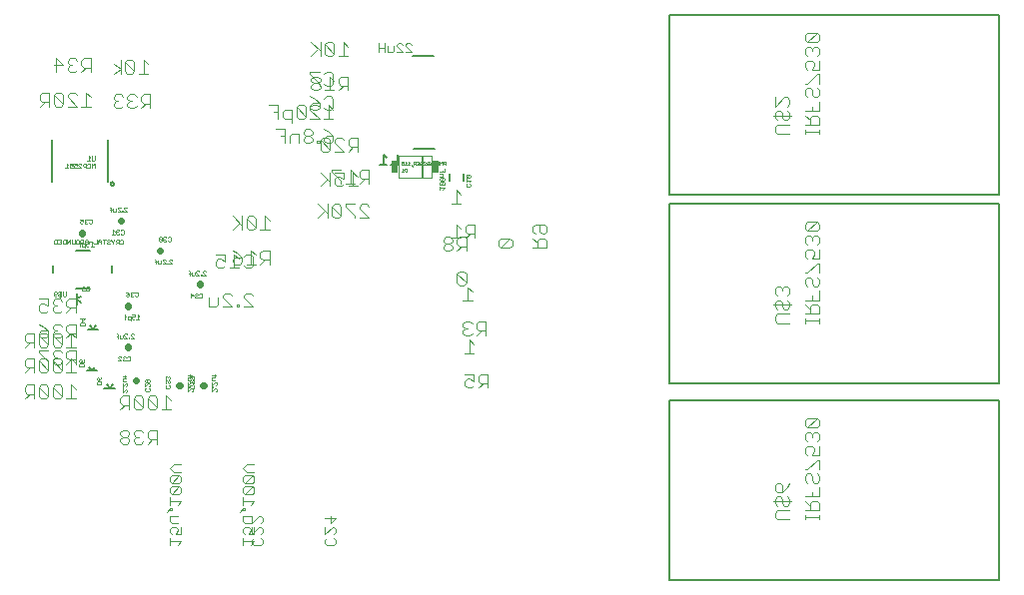
<source format=gbo>
G75*
%MOIN*%
%OFA0B0*%
%FSLAX25Y25*%
%IPPOS*%
%LPD*%
%AMOC8*
5,1,8,0,0,1.08239X$1,22.5*
%
%ADD10C,0.00600*%
%ADD11C,0.00100*%
%ADD12C,0.00400*%
%ADD13C,0.00300*%
%ADD14R,0.02362X0.03937*%
%ADD15C,0.00394*%
%ADD16R,0.00787X0.07283*%
%ADD17C,0.00700*%
%ADD18C,0.00800*%
%ADD19C,0.00500*%
%ADD20C,0.02200*%
D10*
X0057426Y0152141D02*
X0057426Y0166338D01*
X0076025Y0166338D02*
X0076025Y0152141D01*
X0189988Y0152434D02*
X0189988Y0154796D01*
X0194713Y0154796D02*
X0194713Y0152434D01*
D11*
X0195651Y0152638D02*
X0197152Y0152638D01*
X0196652Y0152138D01*
X0196902Y0151666D02*
X0197152Y0151415D01*
X0197152Y0150915D01*
X0196902Y0150665D01*
X0195901Y0150665D01*
X0195651Y0150915D01*
X0195651Y0151415D01*
X0195901Y0151666D01*
X0195651Y0152138D02*
X0195651Y0153139D01*
X0195901Y0153611D02*
X0196902Y0154612D01*
X0195901Y0154612D01*
X0195651Y0154362D01*
X0195651Y0153861D01*
X0195901Y0153611D01*
X0196902Y0153611D01*
X0197152Y0153861D01*
X0197152Y0154362D01*
X0196902Y0154612D01*
X0188402Y0155558D02*
X0188402Y0156559D01*
X0187651Y0156058D02*
X0187651Y0155558D01*
X0187651Y0155085D02*
X0186901Y0155085D01*
X0186901Y0155558D02*
X0188402Y0155558D01*
X0187902Y0154835D02*
X0187651Y0155085D01*
X0187902Y0154835D02*
X0187902Y0154084D01*
X0186901Y0154084D01*
X0187151Y0153612D02*
X0186901Y0153362D01*
X0186901Y0152861D01*
X0187151Y0152611D01*
X0188152Y0153612D01*
X0187151Y0153612D01*
X0188152Y0153612D02*
X0188402Y0153362D01*
X0188402Y0152861D01*
X0188152Y0152611D01*
X0187151Y0152611D01*
X0187151Y0152139D02*
X0186901Y0151889D01*
X0186901Y0151388D01*
X0187151Y0151138D01*
X0188152Y0152139D01*
X0187151Y0152139D01*
X0188152Y0152139D02*
X0188402Y0151889D01*
X0188402Y0151388D01*
X0188152Y0151138D01*
X0187151Y0151138D01*
X0186901Y0150666D02*
X0186901Y0149665D01*
X0186901Y0150165D02*
X0188402Y0150165D01*
X0187902Y0149665D01*
X0175839Y0155624D02*
X0175289Y0155624D01*
X0175105Y0155808D01*
X0175105Y0156542D01*
X0175289Y0156725D01*
X0175839Y0156725D01*
X0175839Y0155624D01*
X0174734Y0155624D02*
X0174000Y0155624D01*
X0174367Y0155624D02*
X0174367Y0156725D01*
X0174734Y0156358D01*
X0174551Y0157789D02*
X0174734Y0157973D01*
X0174551Y0157789D02*
X0174184Y0157789D01*
X0174001Y0157973D01*
X0174001Y0158340D01*
X0174184Y0158523D01*
X0174368Y0158523D01*
X0174734Y0158340D01*
X0174734Y0158890D01*
X0174001Y0158890D01*
X0175472Y0158890D02*
X0175472Y0157789D01*
X0175839Y0157789D02*
X0175105Y0157789D01*
X0175839Y0158523D02*
X0175472Y0158890D01*
X0176577Y0158890D02*
X0176577Y0157789D01*
X0176944Y0157789D02*
X0176210Y0157789D01*
X0176944Y0158523D02*
X0176577Y0158890D01*
X0177314Y0157973D02*
X0177497Y0157973D01*
X0177497Y0157789D01*
X0177314Y0157789D01*
X0177314Y0157973D01*
X0177314Y0157789D02*
X0177681Y0157422D01*
X0178052Y0157789D02*
X0178419Y0158156D01*
X0178235Y0158156D02*
X0178786Y0158156D01*
X0178786Y0157789D02*
X0178786Y0158890D01*
X0178235Y0158890D01*
X0178052Y0158707D01*
X0178052Y0158340D01*
X0178235Y0158156D01*
X0179157Y0157789D02*
X0179891Y0157789D01*
X0179891Y0158890D01*
X0179157Y0158890D01*
X0179524Y0158340D02*
X0179891Y0158340D01*
X0180262Y0158707D02*
X0180996Y0157973D01*
X0180812Y0157789D01*
X0180445Y0157789D01*
X0180262Y0157973D01*
X0180262Y0158707D01*
X0180445Y0158890D01*
X0180812Y0158890D01*
X0180996Y0158707D01*
X0180996Y0157973D01*
X0181367Y0157789D02*
X0182101Y0157789D01*
X0181367Y0158523D01*
X0181367Y0158707D01*
X0181550Y0158890D01*
X0181917Y0158890D01*
X0182101Y0158707D01*
X0182472Y0158707D02*
X0183206Y0157973D01*
X0183022Y0157789D01*
X0182655Y0157789D01*
X0182472Y0157973D01*
X0182472Y0158707D01*
X0182655Y0158890D01*
X0183022Y0158890D01*
X0183206Y0158707D01*
X0183206Y0157973D01*
X0183577Y0157973D02*
X0183577Y0158156D01*
X0183760Y0158340D01*
X0184311Y0158340D01*
X0184311Y0157973D01*
X0184127Y0157789D01*
X0183760Y0157789D01*
X0183577Y0157973D01*
X0183944Y0158707D02*
X0184311Y0158340D01*
X0184682Y0158340D02*
X0185049Y0158340D01*
X0184682Y0158340D02*
X0184682Y0157973D01*
X0184865Y0157789D01*
X0185232Y0157789D01*
X0185416Y0157973D01*
X0185416Y0158707D01*
X0185232Y0158890D01*
X0184865Y0158890D01*
X0184682Y0158707D01*
X0183944Y0158707D02*
X0183577Y0158890D01*
X0185786Y0158890D02*
X0186520Y0158890D01*
X0186520Y0157789D01*
X0185786Y0157789D01*
X0186153Y0158340D02*
X0186520Y0158340D01*
X0186891Y0158890D02*
X0186891Y0157789D01*
X0187625Y0157789D02*
X0187625Y0158890D01*
X0187258Y0158523D01*
X0186891Y0158890D01*
X0187996Y0158707D02*
X0188180Y0158890D01*
X0188730Y0158890D01*
X0188730Y0157789D01*
X0188730Y0158156D02*
X0188180Y0158156D01*
X0187996Y0158340D01*
X0187996Y0158707D01*
X0108814Y0122191D02*
X0108564Y0122441D01*
X0108064Y0122441D01*
X0107813Y0122191D01*
X0107813Y0121941D01*
X0108814Y0120940D01*
X0107813Y0120940D01*
X0107341Y0120940D02*
X0107091Y0120940D01*
X0107091Y0121190D01*
X0107341Y0121190D01*
X0107341Y0120940D01*
X0106604Y0120940D02*
X0105604Y0121941D01*
X0105604Y0122191D01*
X0105854Y0122441D01*
X0106354Y0122441D01*
X0106604Y0122191D01*
X0106604Y0120940D02*
X0105604Y0120940D01*
X0105131Y0121190D02*
X0104881Y0120940D01*
X0104130Y0120940D01*
X0104130Y0121941D01*
X0103658Y0121690D02*
X0103157Y0121690D01*
X0103408Y0122191D02*
X0103157Y0122441D01*
X0103408Y0122191D02*
X0103408Y0120940D01*
X0105131Y0121190D02*
X0105131Y0121941D01*
X0097551Y0124790D02*
X0096550Y0125791D01*
X0096550Y0126041D01*
X0096800Y0126291D01*
X0097300Y0126291D01*
X0097551Y0126041D01*
X0097551Y0124790D02*
X0096550Y0124790D01*
X0096077Y0124790D02*
X0096077Y0125040D01*
X0095827Y0125040D01*
X0095827Y0124790D01*
X0096077Y0124790D01*
X0095341Y0124790D02*
X0094340Y0125791D01*
X0094340Y0126041D01*
X0094590Y0126291D01*
X0095091Y0126291D01*
X0095341Y0126041D01*
X0095341Y0124790D02*
X0094340Y0124790D01*
X0093868Y0125040D02*
X0093617Y0124790D01*
X0092867Y0124790D01*
X0092867Y0125791D01*
X0092394Y0125540D02*
X0091894Y0125540D01*
X0092144Y0126041D02*
X0091894Y0126291D01*
X0092144Y0126041D02*
X0092144Y0124790D01*
X0093868Y0125040D02*
X0093868Y0125791D01*
X0093854Y0132290D02*
X0094104Y0132540D01*
X0093103Y0133541D01*
X0093103Y0132540D01*
X0093354Y0132290D01*
X0093854Y0132290D01*
X0094104Y0132540D02*
X0094104Y0133541D01*
X0093854Y0133791D01*
X0093354Y0133791D01*
X0093103Y0133541D01*
X0094577Y0133541D02*
X0094577Y0133291D01*
X0094827Y0133040D01*
X0094577Y0132790D01*
X0094577Y0132540D01*
X0094827Y0132290D01*
X0095327Y0132290D01*
X0095577Y0132540D01*
X0096050Y0132540D02*
X0096300Y0132290D01*
X0096800Y0132290D01*
X0097051Y0132540D01*
X0097051Y0133541D01*
X0096800Y0133791D01*
X0096300Y0133791D01*
X0096050Y0133541D01*
X0095577Y0133541D02*
X0095327Y0133791D01*
X0094827Y0133791D01*
X0094577Y0133541D01*
X0094827Y0133040D02*
X0095077Y0133040D01*
X0081345Y0134940D02*
X0081095Y0134690D01*
X0080595Y0134690D01*
X0080345Y0134940D01*
X0079872Y0134940D02*
X0079622Y0134690D01*
X0079122Y0134690D01*
X0078871Y0134940D01*
X0078871Y0135190D01*
X0079122Y0135440D01*
X0079372Y0135440D01*
X0079122Y0135440D02*
X0078871Y0135691D01*
X0078871Y0135941D01*
X0079122Y0136191D01*
X0079622Y0136191D01*
X0079872Y0135941D01*
X0080345Y0135941D02*
X0080595Y0136191D01*
X0081095Y0136191D01*
X0081345Y0135941D01*
X0081345Y0134940D01*
X0080935Y0132941D02*
X0080435Y0132941D01*
X0080184Y0132691D01*
X0079712Y0132941D02*
X0078961Y0132941D01*
X0078711Y0132691D01*
X0078711Y0132190D01*
X0078961Y0131940D01*
X0079712Y0131940D01*
X0079712Y0131440D02*
X0079712Y0132941D01*
X0079212Y0131940D02*
X0078711Y0131440D01*
X0077738Y0131440D02*
X0077738Y0132190D01*
X0077238Y0132691D01*
X0077238Y0132941D01*
X0076766Y0132691D02*
X0076766Y0132441D01*
X0076515Y0132190D01*
X0076015Y0132190D01*
X0075765Y0131940D01*
X0075765Y0131690D01*
X0076015Y0131440D01*
X0076515Y0131440D01*
X0076766Y0131690D01*
X0076766Y0132691D02*
X0076515Y0132941D01*
X0076015Y0132941D01*
X0075765Y0132691D01*
X0075292Y0132941D02*
X0074291Y0132941D01*
X0074792Y0132941D02*
X0074792Y0131440D01*
X0073819Y0131440D02*
X0073819Y0132441D01*
X0073319Y0132941D01*
X0072818Y0132441D01*
X0072818Y0131440D01*
X0072346Y0131440D02*
X0071345Y0131440D01*
X0071301Y0131728D02*
X0070800Y0132228D01*
X0070800Y0130727D01*
X0070300Y0130727D02*
X0071301Y0130727D01*
X0072346Y0131440D02*
X0072346Y0132941D01*
X0072818Y0132190D02*
X0073819Y0132190D01*
X0070873Y0132190D02*
X0069872Y0132190D01*
X0069827Y0132228D02*
X0069827Y0131478D01*
X0069327Y0131728D01*
X0069077Y0131728D01*
X0068827Y0131478D01*
X0068827Y0130977D01*
X0069077Y0130727D01*
X0069577Y0130727D01*
X0069827Y0130977D01*
X0069149Y0131440D02*
X0068649Y0131440D01*
X0068398Y0131690D01*
X0068398Y0132190D01*
X0068899Y0132190D01*
X0068827Y0132228D02*
X0069827Y0132228D01*
X0069399Y0132691D02*
X0069399Y0131690D01*
X0069149Y0131440D01*
X0068354Y0131728D02*
X0067604Y0131728D01*
X0067353Y0131478D01*
X0067353Y0130977D01*
X0067604Y0130727D01*
X0068354Y0130727D01*
X0068354Y0130227D02*
X0068354Y0131728D01*
X0067926Y0131940D02*
X0067175Y0131940D01*
X0066925Y0132190D01*
X0066925Y0132691D01*
X0067175Y0132941D01*
X0067926Y0132941D01*
X0067926Y0131440D01*
X0067426Y0131940D02*
X0066925Y0131440D01*
X0066881Y0131478D02*
X0066380Y0131478D01*
X0066203Y0131440D02*
X0065702Y0131440D01*
X0065452Y0131690D01*
X0065452Y0132691D01*
X0065702Y0132941D01*
X0066203Y0132941D01*
X0066453Y0132691D01*
X0066453Y0131690D01*
X0066203Y0131440D01*
X0066631Y0131978D02*
X0066380Y0132228D01*
X0066631Y0131978D02*
X0066631Y0130727D01*
X0064980Y0131690D02*
X0064729Y0131440D01*
X0064229Y0131440D01*
X0063979Y0131690D01*
X0063979Y0132941D01*
X0063506Y0132941D02*
X0062505Y0131440D01*
X0062505Y0132941D01*
X0062033Y0132941D02*
X0061282Y0132941D01*
X0061032Y0132691D01*
X0061032Y0131690D01*
X0061282Y0131440D01*
X0062033Y0131440D01*
X0062033Y0132941D01*
X0060560Y0132941D02*
X0060560Y0131440D01*
X0059559Y0131440D01*
X0059087Y0131440D02*
X0058336Y0131440D01*
X0058086Y0131690D01*
X0058086Y0132691D01*
X0058336Y0132941D01*
X0059087Y0132941D01*
X0059087Y0131440D01*
X0060059Y0132190D02*
X0060560Y0132190D01*
X0060560Y0132941D02*
X0059559Y0132941D01*
X0063506Y0132941D02*
X0063506Y0131440D01*
X0064980Y0131690D02*
X0064980Y0132941D01*
X0068398Y0132691D02*
X0068649Y0132941D01*
X0069149Y0132941D01*
X0069399Y0132691D01*
X0077398Y0134690D02*
X0078399Y0134690D01*
X0077899Y0134690D02*
X0077899Y0136191D01*
X0078399Y0135691D01*
X0078239Y0132941D02*
X0078239Y0132691D01*
X0077738Y0132190D01*
X0080184Y0131690D02*
X0080435Y0131440D01*
X0080935Y0131440D01*
X0081185Y0131690D01*
X0081185Y0132691D01*
X0080935Y0132941D01*
X0070801Y0138477D02*
X0070550Y0138227D01*
X0070050Y0138227D01*
X0069800Y0138477D01*
X0069327Y0138477D02*
X0069077Y0138227D01*
X0068577Y0138227D01*
X0068327Y0138477D01*
X0068327Y0138728D01*
X0068577Y0138978D01*
X0068827Y0138978D01*
X0068577Y0138978D02*
X0068327Y0139228D01*
X0068327Y0139478D01*
X0068577Y0139728D01*
X0069077Y0139728D01*
X0069327Y0139478D01*
X0069800Y0139478D02*
X0070050Y0139728D01*
X0070550Y0139728D01*
X0070801Y0139478D01*
X0070801Y0138477D01*
X0067854Y0138477D02*
X0067604Y0138227D01*
X0067104Y0138227D01*
X0066853Y0138477D01*
X0066853Y0138978D01*
X0067104Y0139228D01*
X0067354Y0139228D01*
X0067854Y0138978D01*
X0067854Y0139728D01*
X0066853Y0139728D01*
X0076907Y0142940D02*
X0077408Y0142940D01*
X0077880Y0143191D02*
X0077880Y0142190D01*
X0078631Y0142190D01*
X0078881Y0142440D01*
X0078881Y0143191D01*
X0079354Y0143191D02*
X0079354Y0143441D01*
X0079604Y0143691D01*
X0080104Y0143691D01*
X0080354Y0143441D01*
X0079354Y0143191D02*
X0080354Y0142190D01*
X0079354Y0142190D01*
X0080841Y0142190D02*
X0081091Y0142190D01*
X0081091Y0142440D01*
X0080841Y0142440D01*
X0080841Y0142190D01*
X0081563Y0142190D02*
X0082564Y0142190D01*
X0081563Y0143191D01*
X0081563Y0143441D01*
X0081814Y0143691D01*
X0082314Y0143691D01*
X0082564Y0143441D01*
X0077158Y0143441D02*
X0076907Y0143691D01*
X0077158Y0143441D02*
X0077158Y0142190D01*
X0071676Y0156790D02*
X0071676Y0158291D01*
X0071175Y0157791D01*
X0070675Y0158291D01*
X0070675Y0156790D01*
X0070202Y0157040D02*
X0069952Y0156790D01*
X0069452Y0156790D01*
X0069202Y0157040D01*
X0068729Y0157290D02*
X0067979Y0157290D01*
X0067728Y0157540D01*
X0067728Y0158041D01*
X0067979Y0158291D01*
X0068729Y0158291D01*
X0068729Y0156790D01*
X0069202Y0158041D02*
X0069452Y0158291D01*
X0069952Y0158291D01*
X0070202Y0158041D01*
X0070202Y0157040D01*
X0070202Y0159290D02*
X0069202Y0159290D01*
X0069702Y0159290D02*
X0069702Y0160791D01*
X0070202Y0160291D01*
X0070675Y0160791D02*
X0070675Y0159540D01*
X0070925Y0159290D01*
X0071425Y0159290D01*
X0071676Y0159540D01*
X0071676Y0160791D01*
X0067256Y0158041D02*
X0067006Y0158291D01*
X0066505Y0158291D01*
X0066255Y0158041D01*
X0066255Y0157791D01*
X0067256Y0156790D01*
X0066255Y0156790D01*
X0065783Y0157040D02*
X0065532Y0156790D01*
X0065032Y0156790D01*
X0064782Y0157040D01*
X0064782Y0157540D01*
X0065032Y0157791D01*
X0065282Y0157791D01*
X0065783Y0157540D01*
X0065783Y0158291D01*
X0064782Y0158291D01*
X0064309Y0158291D02*
X0064309Y0157540D01*
X0063809Y0157791D01*
X0063559Y0157791D01*
X0063309Y0157540D01*
X0063309Y0157040D01*
X0063559Y0156790D01*
X0064059Y0156790D01*
X0064309Y0157040D01*
X0064309Y0158291D02*
X0063309Y0158291D01*
X0062836Y0157791D02*
X0062336Y0158291D01*
X0062336Y0156790D01*
X0062836Y0156790D02*
X0061835Y0156790D01*
X0067639Y0117291D02*
X0067389Y0117041D01*
X0067389Y0116791D01*
X0067639Y0116540D01*
X0067389Y0116290D01*
X0067389Y0116040D01*
X0067639Y0115790D01*
X0068140Y0115790D01*
X0068390Y0116040D01*
X0068862Y0116040D02*
X0068862Y0117041D01*
X0069113Y0117291D01*
X0069863Y0117291D01*
X0069863Y0115790D01*
X0069113Y0115790D01*
X0068862Y0116040D01*
X0067890Y0116540D02*
X0067639Y0116540D01*
X0067639Y0117291D02*
X0068140Y0117291D01*
X0068390Y0117041D01*
X0062033Y0115441D02*
X0062033Y0114190D01*
X0061783Y0113940D01*
X0061282Y0113940D01*
X0061032Y0114190D01*
X0061032Y0115441D01*
X0060560Y0115191D02*
X0060309Y0115441D01*
X0059809Y0115441D01*
X0059559Y0115191D01*
X0059086Y0115191D02*
X0059086Y0114941D01*
X0058836Y0114690D01*
X0058086Y0114690D01*
X0058086Y0114190D02*
X0058086Y0115191D01*
X0058336Y0115441D01*
X0058836Y0115441D01*
X0059086Y0115191D01*
X0059809Y0114690D02*
X0060309Y0114690D01*
X0060560Y0114941D01*
X0060560Y0115191D01*
X0060059Y0115691D02*
X0060059Y0113689D01*
X0059809Y0113940D02*
X0059559Y0114190D01*
X0059559Y0114440D01*
X0059809Y0114690D01*
X0059809Y0113940D02*
X0060309Y0113940D01*
X0060560Y0114190D01*
X0059086Y0114190D02*
X0058836Y0113940D01*
X0058336Y0113940D01*
X0058086Y0114190D01*
X0066801Y0106442D02*
X0068302Y0106442D01*
X0067551Y0105691D01*
X0067551Y0106692D01*
X0067051Y0105219D02*
X0068052Y0105219D01*
X0068302Y0104969D01*
X0068302Y0104218D01*
X0066801Y0104218D01*
X0066801Y0104969D01*
X0067051Y0105219D01*
X0079095Y0101503D02*
X0079345Y0101253D01*
X0079345Y0100002D01*
X0080068Y0100002D02*
X0080068Y0101003D01*
X0079595Y0100753D02*
X0079095Y0100753D01*
X0080068Y0100002D02*
X0080818Y0100002D01*
X0081069Y0100252D01*
X0081069Y0101003D01*
X0081541Y0101003D02*
X0081541Y0101253D01*
X0081791Y0101503D01*
X0082292Y0101503D01*
X0082542Y0101253D01*
X0081541Y0101003D02*
X0082542Y0100002D01*
X0081541Y0100002D01*
X0083028Y0100002D02*
X0083278Y0100002D01*
X0083278Y0100252D01*
X0083028Y0100252D01*
X0083028Y0100002D01*
X0083751Y0100002D02*
X0084752Y0100002D01*
X0083751Y0101003D01*
X0083751Y0101253D01*
X0084001Y0101503D01*
X0084502Y0101503D01*
X0084752Y0101253D01*
X0083667Y0105852D02*
X0083667Y0107353D01*
X0082916Y0107353D01*
X0082666Y0107103D01*
X0082666Y0106602D01*
X0082916Y0106352D01*
X0083667Y0106352D01*
X0084139Y0106602D02*
X0084389Y0106352D01*
X0084890Y0106352D01*
X0085140Y0106602D01*
X0085140Y0107103D02*
X0084640Y0107353D01*
X0084389Y0107353D01*
X0084139Y0107103D01*
X0084139Y0106602D01*
X0085140Y0107103D02*
X0085140Y0107853D01*
X0084139Y0107853D01*
X0086113Y0107853D02*
X0086113Y0106352D01*
X0086613Y0106352D02*
X0085612Y0106352D01*
X0086613Y0107353D02*
X0086113Y0107853D01*
X0082193Y0107103D02*
X0081693Y0107103D01*
X0081943Y0107603D02*
X0081693Y0107853D01*
X0081943Y0107603D02*
X0081943Y0106352D01*
X0082416Y0113852D02*
X0082166Y0114102D01*
X0082166Y0114353D01*
X0082416Y0114603D01*
X0083167Y0114603D01*
X0083167Y0114102D01*
X0082916Y0113852D01*
X0082416Y0113852D01*
X0083167Y0114603D02*
X0082666Y0115103D01*
X0082166Y0115353D01*
X0083639Y0115103D02*
X0083639Y0114853D01*
X0083889Y0114603D01*
X0083639Y0114353D01*
X0083639Y0114102D01*
X0083889Y0113852D01*
X0084390Y0113852D01*
X0084640Y0114102D01*
X0085112Y0114102D02*
X0085363Y0113852D01*
X0085863Y0113852D01*
X0086113Y0114102D01*
X0086113Y0115103D01*
X0085863Y0115353D01*
X0085363Y0115353D01*
X0085112Y0115103D01*
X0084640Y0115103D02*
X0084390Y0115353D01*
X0083889Y0115353D01*
X0083639Y0115103D01*
X0083889Y0114603D02*
X0084140Y0114603D01*
X0103648Y0114190D02*
X0104649Y0114190D01*
X0103898Y0114941D01*
X0103898Y0113440D01*
X0105121Y0113690D02*
X0105372Y0113440D01*
X0105872Y0113440D01*
X0106122Y0113690D01*
X0106595Y0113690D02*
X0106845Y0113440D01*
X0107345Y0113440D01*
X0107595Y0113690D01*
X0107595Y0114691D01*
X0107345Y0114941D01*
X0106845Y0114941D01*
X0106595Y0114691D01*
X0106122Y0114691D02*
X0105872Y0114941D01*
X0105372Y0114941D01*
X0105121Y0114691D01*
X0105121Y0114441D01*
X0105372Y0114190D01*
X0105121Y0113940D01*
X0105121Y0113690D01*
X0105372Y0114190D02*
X0105622Y0114190D01*
X0083533Y0093753D02*
X0083533Y0092752D01*
X0083283Y0092502D01*
X0082782Y0092502D01*
X0082532Y0092752D01*
X0082060Y0092752D02*
X0081809Y0092502D01*
X0081309Y0092502D01*
X0081059Y0092752D01*
X0081059Y0093003D01*
X0081309Y0093253D01*
X0081559Y0093253D01*
X0081309Y0093253D02*
X0081059Y0093503D01*
X0081059Y0093753D01*
X0081309Y0094003D01*
X0081809Y0094003D01*
X0082060Y0093753D01*
X0082532Y0093753D02*
X0082782Y0094003D01*
X0083283Y0094003D01*
X0083533Y0093753D01*
X0080586Y0093753D02*
X0080336Y0094003D01*
X0079836Y0094003D01*
X0079586Y0093753D01*
X0079586Y0093503D01*
X0080586Y0092502D01*
X0079586Y0092502D01*
X0081026Y0087259D02*
X0082277Y0087259D01*
X0082527Y0087509D01*
X0081776Y0087509D02*
X0081776Y0087009D01*
X0082027Y0086536D02*
X0081026Y0086536D01*
X0081026Y0085786D01*
X0081276Y0085535D01*
X0082027Y0085535D01*
X0082027Y0085063D02*
X0082277Y0085063D01*
X0082527Y0084813D01*
X0082527Y0084312D01*
X0082277Y0084062D01*
X0082027Y0085063D02*
X0081026Y0084062D01*
X0081026Y0085063D01*
X0081026Y0083576D02*
X0081026Y0083325D01*
X0081276Y0083325D01*
X0081276Y0083576D01*
X0081026Y0083576D01*
X0081026Y0082853D02*
X0081026Y0081852D01*
X0082027Y0082853D01*
X0082277Y0082853D01*
X0082527Y0082603D01*
X0082527Y0082102D01*
X0082277Y0081852D01*
X0088526Y0082602D02*
X0088526Y0083103D01*
X0088776Y0083353D01*
X0088526Y0083825D02*
X0088526Y0084826D01*
X0088776Y0085299D02*
X0088526Y0085549D01*
X0088526Y0086049D01*
X0088776Y0086300D01*
X0089026Y0086300D01*
X0089276Y0086049D01*
X0089276Y0085549D01*
X0089527Y0085299D01*
X0089777Y0085299D01*
X0090027Y0085549D01*
X0090027Y0086049D01*
X0089777Y0086300D01*
X0089527Y0086300D01*
X0089276Y0086049D01*
X0089276Y0085549D02*
X0089026Y0085299D01*
X0088776Y0085299D01*
X0089527Y0084826D02*
X0089777Y0084826D01*
X0090027Y0084576D01*
X0090027Y0084076D01*
X0089777Y0083825D01*
X0089777Y0083353D02*
X0090027Y0083103D01*
X0090027Y0082602D01*
X0089777Y0082352D01*
X0088776Y0082352D01*
X0088526Y0082602D01*
X0088526Y0083825D02*
X0089527Y0084826D01*
X0095301Y0085093D02*
X0095551Y0084843D01*
X0095301Y0085093D02*
X0095301Y0085594D01*
X0095551Y0085844D01*
X0095801Y0085844D01*
X0096051Y0085594D01*
X0096051Y0085344D01*
X0096051Y0085594D02*
X0096302Y0085844D01*
X0096552Y0085844D01*
X0096802Y0085594D01*
X0096802Y0085093D01*
X0096552Y0084843D01*
X0096552Y0084371D02*
X0096802Y0084121D01*
X0096802Y0083620D01*
X0096552Y0083370D01*
X0095551Y0083370D01*
X0095301Y0083620D01*
X0095301Y0084121D01*
X0095551Y0084371D01*
X0095551Y0086316D02*
X0095301Y0086567D01*
X0095301Y0087067D01*
X0095551Y0087317D01*
X0095801Y0087317D01*
X0096051Y0087067D01*
X0096051Y0086817D01*
X0096051Y0087067D02*
X0096302Y0087317D01*
X0096552Y0087317D01*
X0096802Y0087067D01*
X0096802Y0086567D01*
X0096552Y0086316D01*
X0102801Y0086084D02*
X0102801Y0086835D01*
X0103802Y0086835D01*
X0103426Y0087067D02*
X0103676Y0087317D01*
X0104677Y0087317D01*
X0104927Y0087067D01*
X0104927Y0086567D01*
X0104677Y0086316D01*
X0104427Y0086316D01*
X0104176Y0086567D01*
X0104176Y0087317D01*
X0104052Y0087558D02*
X0104302Y0087808D01*
X0104052Y0087558D02*
X0102801Y0087558D01*
X0103551Y0087307D02*
X0103551Y0087808D01*
X0103426Y0087067D02*
X0103426Y0086567D01*
X0103676Y0086316D01*
X0103802Y0085834D02*
X0103051Y0085834D01*
X0102801Y0086084D01*
X0103426Y0085844D02*
X0103426Y0084843D01*
X0104427Y0085844D01*
X0104677Y0085844D01*
X0104927Y0085594D01*
X0104927Y0085093D01*
X0104677Y0084843D01*
X0104302Y0084611D02*
X0104302Y0085112D01*
X0104052Y0085362D01*
X0103802Y0085362D01*
X0102801Y0084361D01*
X0102801Y0085362D01*
X0103676Y0084371D02*
X0103426Y0084121D01*
X0103426Y0083620D01*
X0103676Y0083370D01*
X0104677Y0083370D01*
X0104927Y0083620D01*
X0104927Y0084121D01*
X0104677Y0084371D01*
X0104302Y0084611D02*
X0104052Y0084361D01*
X0103051Y0083875D02*
X0102801Y0083875D01*
X0102801Y0083624D01*
X0103051Y0083624D01*
X0103051Y0083875D01*
X0102801Y0083152D02*
X0102801Y0082151D01*
X0103802Y0083152D01*
X0104052Y0083152D01*
X0104302Y0082902D01*
X0104302Y0082401D01*
X0104052Y0082151D01*
X0110926Y0082151D02*
X0110926Y0083152D01*
X0110926Y0083624D02*
X0110926Y0083875D01*
X0111176Y0083875D01*
X0111176Y0083624D01*
X0110926Y0083624D01*
X0110926Y0084361D02*
X0111927Y0085362D01*
X0112177Y0085362D01*
X0112427Y0085112D01*
X0112427Y0084611D01*
X0112177Y0084361D01*
X0112177Y0083152D02*
X0112427Y0082902D01*
X0112427Y0082401D01*
X0112177Y0082151D01*
X0112177Y0083152D02*
X0111927Y0083152D01*
X0110926Y0082151D01*
X0110926Y0084361D02*
X0110926Y0085362D01*
X0111176Y0085834D02*
X0110926Y0086084D01*
X0110926Y0086835D01*
X0111927Y0086835D01*
X0111676Y0087307D02*
X0111676Y0087808D01*
X0112177Y0087558D02*
X0110926Y0087558D01*
X0112177Y0087558D02*
X0112427Y0087808D01*
X0111927Y0085834D02*
X0111176Y0085834D01*
X0073927Y0085281D02*
X0073927Y0084531D01*
X0072426Y0084531D01*
X0072426Y0085281D01*
X0072676Y0085531D01*
X0073677Y0085531D01*
X0073927Y0085281D01*
X0073176Y0086004D02*
X0073677Y0086504D01*
X0073927Y0087005D01*
X0073176Y0086755D02*
X0073176Y0086004D01*
X0072676Y0086004D01*
X0072426Y0086254D01*
X0072426Y0086755D01*
X0072676Y0087005D01*
X0072926Y0087005D01*
X0073176Y0086755D01*
X0067989Y0090468D02*
X0067989Y0091219D01*
X0067739Y0091469D01*
X0066738Y0091469D01*
X0066488Y0091219D01*
X0066488Y0090468D01*
X0067989Y0090468D01*
X0067989Y0091941D02*
X0067239Y0091941D01*
X0067489Y0092442D01*
X0067489Y0092692D01*
X0067239Y0092942D01*
X0066738Y0092942D01*
X0066488Y0092692D01*
X0066488Y0092192D01*
X0066738Y0091941D01*
X0067989Y0091941D02*
X0067989Y0092942D01*
D12*
X0065338Y0092912D02*
X0063036Y0092912D01*
X0062269Y0093679D01*
X0062269Y0095214D01*
X0063036Y0095981D01*
X0065338Y0095981D01*
X0065338Y0091377D01*
X0065338Y0091696D02*
X0063804Y0093231D01*
X0063804Y0088627D01*
X0065338Y0088627D02*
X0062269Y0088627D01*
X0060734Y0089394D02*
X0057665Y0092464D01*
X0057665Y0089394D01*
X0058432Y0088627D01*
X0059967Y0088627D01*
X0060734Y0089394D01*
X0060734Y0092464D01*
X0059967Y0093231D01*
X0058432Y0093231D01*
X0057665Y0092464D01*
X0057665Y0092144D02*
X0058432Y0091377D01*
X0059967Y0091377D01*
X0060734Y0092144D01*
X0062269Y0091377D02*
X0063804Y0092912D01*
X0060734Y0095214D02*
X0059967Y0095981D01*
X0058432Y0095981D01*
X0057665Y0095214D01*
X0057665Y0094446D01*
X0058432Y0093679D01*
X0057665Y0092912D01*
X0057665Y0092144D01*
X0056130Y0092144D02*
X0056130Y0091377D01*
X0056130Y0092144D02*
X0053061Y0095214D01*
X0053061Y0095981D01*
X0056130Y0095981D01*
X0055363Y0097065D02*
X0056130Y0097832D01*
X0053061Y0100901D01*
X0053061Y0097832D01*
X0053828Y0097065D01*
X0055363Y0097065D01*
X0056130Y0097832D02*
X0056130Y0100901D01*
X0055363Y0101669D01*
X0053828Y0101669D01*
X0053061Y0100901D01*
X0053061Y0100894D02*
X0053061Y0101662D01*
X0053828Y0102429D01*
X0056130Y0102429D01*
X0056130Y0100894D01*
X0055363Y0100127D01*
X0053828Y0100127D01*
X0053061Y0100894D01*
X0051526Y0101669D02*
X0049224Y0101669D01*
X0048457Y0100901D01*
X0048457Y0099367D01*
X0049224Y0098599D01*
X0051526Y0098599D01*
X0049992Y0098599D02*
X0048457Y0097065D01*
X0051526Y0097065D02*
X0051526Y0101669D01*
X0053061Y0104731D02*
X0054596Y0103964D01*
X0056130Y0102429D01*
X0057665Y0101662D02*
X0057665Y0100894D01*
X0058432Y0100127D01*
X0059967Y0100127D01*
X0060734Y0100894D01*
X0060734Y0100901D02*
X0059967Y0101669D01*
X0058432Y0101669D01*
X0057665Y0100901D01*
X0060734Y0097832D01*
X0059967Y0097065D01*
X0058432Y0097065D01*
X0057665Y0097832D01*
X0057665Y0100901D01*
X0057665Y0101662D02*
X0058432Y0102429D01*
X0059200Y0102429D01*
X0058432Y0102429D02*
X0057665Y0103196D01*
X0057665Y0103964D01*
X0058432Y0104731D01*
X0059967Y0104731D01*
X0060734Y0103964D01*
X0062269Y0103964D02*
X0062269Y0102429D01*
X0063036Y0101662D01*
X0065338Y0101662D01*
X0065338Y0100134D02*
X0063804Y0101669D01*
X0063804Y0097065D01*
X0065338Y0097065D02*
X0062269Y0097065D01*
X0060734Y0097832D02*
X0060734Y0100901D01*
X0062269Y0100127D02*
X0063804Y0101662D01*
X0065338Y0100127D02*
X0065338Y0104731D01*
X0063036Y0104731D01*
X0062269Y0103964D01*
X0062269Y0108565D02*
X0063804Y0110099D01*
X0063036Y0110099D02*
X0065338Y0110099D01*
X0065338Y0108565D02*
X0065338Y0113169D01*
X0063036Y0113169D01*
X0062269Y0112401D01*
X0062269Y0110867D01*
X0063036Y0110099D01*
X0060734Y0109332D02*
X0059967Y0108565D01*
X0058432Y0108565D01*
X0057665Y0109332D01*
X0057665Y0110099D01*
X0058432Y0110867D01*
X0059200Y0110867D01*
X0058432Y0110867D02*
X0057665Y0111634D01*
X0057665Y0112401D01*
X0058432Y0113169D01*
X0059967Y0113169D01*
X0060734Y0112401D01*
X0056130Y0113169D02*
X0056130Y0110867D01*
X0054596Y0111634D01*
X0053828Y0111634D01*
X0053061Y0110867D01*
X0053061Y0109332D01*
X0053828Y0108565D01*
X0055363Y0108565D01*
X0056130Y0109332D01*
X0056130Y0113169D02*
X0053061Y0113169D01*
X0053828Y0093231D02*
X0053061Y0092464D01*
X0056130Y0089394D01*
X0055363Y0088627D01*
X0053828Y0088627D01*
X0053061Y0089394D01*
X0053061Y0092464D01*
X0053828Y0093231D02*
X0055363Y0093231D01*
X0056130Y0092464D01*
X0056130Y0089394D01*
X0051526Y0088627D02*
X0051526Y0093231D01*
X0049224Y0093231D01*
X0048457Y0092464D01*
X0048457Y0090929D01*
X0049224Y0090162D01*
X0051526Y0090162D01*
X0049992Y0090162D02*
X0048457Y0088627D01*
X0049224Y0084481D02*
X0048457Y0083714D01*
X0048457Y0082179D01*
X0049224Y0081412D01*
X0051526Y0081412D01*
X0049992Y0081412D02*
X0048457Y0079877D01*
X0051526Y0079877D02*
X0051526Y0084481D01*
X0049224Y0084481D01*
X0053061Y0083714D02*
X0053061Y0080644D01*
X0053828Y0079877D01*
X0055363Y0079877D01*
X0056130Y0080644D01*
X0053061Y0083714D01*
X0053828Y0084481D01*
X0055363Y0084481D01*
X0056130Y0083714D01*
X0056130Y0080644D01*
X0057665Y0080644D02*
X0058432Y0079877D01*
X0059967Y0079877D01*
X0060734Y0080644D01*
X0057665Y0083714D01*
X0057665Y0080644D01*
X0060734Y0080644D02*
X0060734Y0083714D01*
X0059967Y0084481D01*
X0058432Y0084481D01*
X0057665Y0083714D01*
X0062269Y0079877D02*
X0065338Y0079877D01*
X0063804Y0079877D02*
X0063804Y0084481D01*
X0065338Y0082946D01*
X0080185Y0080026D02*
X0080185Y0078492D01*
X0080953Y0077724D01*
X0083255Y0077724D01*
X0083255Y0076190D02*
X0083255Y0080794D01*
X0080953Y0080794D01*
X0080185Y0080026D01*
X0081720Y0077724D02*
X0080185Y0076190D01*
X0084789Y0076957D02*
X0084789Y0080026D01*
X0087859Y0076957D01*
X0087091Y0076190D01*
X0085557Y0076190D01*
X0084789Y0076957D01*
X0084789Y0080026D02*
X0085557Y0080794D01*
X0087091Y0080794D01*
X0087859Y0080026D01*
X0087859Y0076957D01*
X0089393Y0076957D02*
X0090161Y0076190D01*
X0091695Y0076190D01*
X0092462Y0076957D01*
X0089393Y0080026D01*
X0089393Y0076957D01*
X0089393Y0080026D02*
X0090161Y0080794D01*
X0091695Y0080794D01*
X0092462Y0080026D01*
X0092462Y0076957D01*
X0093997Y0076190D02*
X0097066Y0076190D01*
X0095532Y0076190D02*
X0095532Y0080794D01*
X0097066Y0079259D01*
X0092462Y0069294D02*
X0090161Y0069294D01*
X0089393Y0068526D01*
X0089393Y0066992D01*
X0090161Y0066224D01*
X0092462Y0066224D01*
X0090928Y0066224D02*
X0089393Y0064690D01*
X0087859Y0065457D02*
X0087091Y0064690D01*
X0085557Y0064690D01*
X0084789Y0065457D01*
X0084789Y0066224D01*
X0085557Y0066992D01*
X0086324Y0066992D01*
X0085557Y0066992D02*
X0084789Y0067759D01*
X0084789Y0068526D01*
X0085557Y0069294D01*
X0087091Y0069294D01*
X0087859Y0068526D01*
X0083255Y0068526D02*
X0083255Y0067759D01*
X0082487Y0066992D01*
X0080953Y0066992D01*
X0080185Y0066224D01*
X0080185Y0065457D01*
X0080953Y0064690D01*
X0082487Y0064690D01*
X0083255Y0065457D01*
X0083255Y0066224D01*
X0082487Y0066992D01*
X0080953Y0066992D02*
X0080185Y0067759D01*
X0080185Y0068526D01*
X0080953Y0069294D01*
X0082487Y0069294D01*
X0083255Y0068526D01*
X0092462Y0069294D02*
X0092462Y0064690D01*
X0059200Y0093679D02*
X0058432Y0093679D01*
X0109822Y0110440D02*
X0109822Y0113509D01*
X0112891Y0113509D02*
X0112891Y0111207D01*
X0112124Y0110440D01*
X0109822Y0110440D01*
X0114426Y0110440D02*
X0117495Y0110440D01*
X0114426Y0113509D01*
X0114426Y0114276D01*
X0115193Y0115044D01*
X0116727Y0115044D01*
X0117495Y0114276D01*
X0119029Y0111207D02*
X0119029Y0110440D01*
X0119797Y0110440D01*
X0119797Y0111207D01*
X0119029Y0111207D01*
X0121331Y0110440D02*
X0124401Y0110440D01*
X0121331Y0113509D01*
X0121331Y0114276D01*
X0122099Y0115044D01*
X0123633Y0115044D01*
X0124401Y0114276D01*
X0123633Y0123440D02*
X0122099Y0123440D01*
X0121331Y0124207D01*
X0122289Y0124690D02*
X0125359Y0124690D01*
X0124401Y0124207D02*
X0123633Y0123440D01*
X0124401Y0124207D02*
X0124401Y0127276D01*
X0123633Y0128044D01*
X0122099Y0128044D01*
X0121331Y0127276D01*
X0120755Y0126992D02*
X0118453Y0126992D01*
X0117685Y0126224D01*
X0117685Y0125457D01*
X0118453Y0124690D01*
X0119987Y0124690D01*
X0120755Y0125457D01*
X0120755Y0126992D01*
X0119220Y0128526D01*
X0117685Y0129294D01*
X0118262Y0128044D02*
X0118262Y0123440D01*
X0119797Y0123440D02*
X0116727Y0123440D01*
X0115193Y0124207D02*
X0114426Y0123440D01*
X0112891Y0123440D01*
X0112124Y0124207D01*
X0112124Y0125742D01*
X0112891Y0126509D01*
X0113658Y0126509D01*
X0115193Y0125742D01*
X0115193Y0128044D01*
X0112124Y0128044D01*
X0118262Y0128044D02*
X0119797Y0126509D01*
X0123824Y0124690D02*
X0123824Y0129294D01*
X0125359Y0127759D01*
X0126893Y0128526D02*
X0126893Y0126992D01*
X0127661Y0126224D01*
X0129962Y0126224D01*
X0128428Y0126224D02*
X0126893Y0124690D01*
X0129962Y0124690D02*
X0129962Y0129294D01*
X0127661Y0129294D01*
X0126893Y0128526D01*
X0126893Y0136190D02*
X0129962Y0136190D01*
X0128428Y0136190D02*
X0128428Y0140794D01*
X0129962Y0139259D01*
X0125359Y0140026D02*
X0125359Y0136957D01*
X0122289Y0140026D01*
X0122289Y0136957D01*
X0123057Y0136190D01*
X0124591Y0136190D01*
X0125359Y0136957D01*
X0120755Y0137724D02*
X0117685Y0140794D01*
X0120755Y0140794D02*
X0120755Y0136190D01*
X0119987Y0138492D02*
X0117685Y0136190D01*
X0122289Y0140026D02*
X0123057Y0140794D01*
X0124591Y0140794D01*
X0125359Y0140026D01*
X0146270Y0140190D02*
X0148572Y0142492D01*
X0149339Y0141724D02*
X0146270Y0144794D01*
X0149339Y0144794D02*
X0149339Y0140190D01*
X0150874Y0140957D02*
X0151641Y0140190D01*
X0153176Y0140190D01*
X0153943Y0140957D01*
X0150874Y0144026D01*
X0150874Y0140957D01*
X0153943Y0140957D02*
X0153943Y0144026D01*
X0153176Y0144794D01*
X0151641Y0144794D01*
X0150874Y0144026D01*
X0155477Y0144026D02*
X0158547Y0140957D01*
X0158547Y0140190D01*
X0160081Y0140190D02*
X0163151Y0140190D01*
X0160081Y0143259D01*
X0160081Y0144026D01*
X0160849Y0144794D01*
X0162383Y0144794D01*
X0163151Y0144026D01*
X0158547Y0144794D02*
X0155477Y0144794D01*
X0155477Y0144026D01*
X0156331Y0150815D02*
X0159401Y0150815D01*
X0160081Y0151690D02*
X0161616Y0153224D01*
X0160849Y0153224D02*
X0163151Y0153224D01*
X0163151Y0151690D02*
X0163151Y0156294D01*
X0160849Y0156294D01*
X0160081Y0155526D01*
X0160081Y0153992D01*
X0160849Y0153224D01*
X0159401Y0153884D02*
X0157866Y0155419D01*
X0157866Y0150815D01*
X0158547Y0151690D02*
X0155477Y0151690D01*
X0154797Y0151582D02*
X0154029Y0150815D01*
X0152495Y0150815D01*
X0151727Y0151582D01*
X0151727Y0153117D01*
X0152495Y0153884D01*
X0153262Y0153884D01*
X0154797Y0153117D01*
X0154797Y0155419D01*
X0151727Y0155419D01*
X0150874Y0155526D02*
X0153943Y0152457D01*
X0153943Y0151690D01*
X0157012Y0151690D02*
X0157012Y0156294D01*
X0158547Y0154759D01*
X0153943Y0156294D02*
X0150874Y0156294D01*
X0150874Y0155526D01*
X0150193Y0155419D02*
X0150193Y0150815D01*
X0150193Y0152349D02*
X0147124Y0155419D01*
X0149426Y0153117D02*
X0147124Y0150815D01*
X0147891Y0162315D02*
X0149426Y0162315D01*
X0150193Y0163082D01*
X0147124Y0166151D01*
X0147124Y0163082D01*
X0147891Y0162315D01*
X0150193Y0163082D02*
X0150193Y0166151D01*
X0149426Y0166919D01*
X0147891Y0166919D01*
X0147124Y0166151D01*
X0146672Y0165957D02*
X0145904Y0165957D01*
X0145904Y0165190D01*
X0146672Y0165190D01*
X0146672Y0165957D01*
X0148206Y0165957D02*
X0148206Y0166724D01*
X0148974Y0167492D01*
X0151276Y0167492D01*
X0151276Y0165957D01*
X0150508Y0165190D01*
X0148974Y0165190D01*
X0148206Y0165957D01*
X0149741Y0169026D02*
X0151276Y0167492D01*
X0152495Y0166919D02*
X0154029Y0166919D01*
X0154797Y0166151D01*
X0156331Y0166151D02*
X0156331Y0164617D01*
X0157099Y0163849D01*
X0159401Y0163849D01*
X0159401Y0162315D02*
X0159401Y0166919D01*
X0157099Y0166919D01*
X0156331Y0166151D01*
X0157866Y0163849D02*
X0156331Y0162315D01*
X0154797Y0162315D02*
X0151727Y0165384D01*
X0151727Y0166151D01*
X0152495Y0166919D01*
X0149741Y0169026D02*
X0148206Y0169794D01*
X0148206Y0173315D02*
X0151276Y0173315D01*
X0149741Y0173315D02*
X0149741Y0177919D01*
X0151276Y0176384D01*
X0151276Y0176957D02*
X0150508Y0176190D01*
X0148974Y0176190D01*
X0148206Y0176957D01*
X0146672Y0176957D02*
X0145904Y0176190D01*
X0144370Y0176190D01*
X0143602Y0176957D01*
X0143602Y0177724D01*
X0144370Y0178492D01*
X0146672Y0178492D01*
X0146672Y0176957D01*
X0146672Y0177151D02*
X0145904Y0177919D01*
X0144370Y0177919D01*
X0143602Y0177151D01*
X0143602Y0176384D01*
X0146672Y0173315D01*
X0143602Y0173315D01*
X0142068Y0174082D02*
X0138999Y0177151D01*
X0138999Y0174082D01*
X0139766Y0173315D01*
X0141301Y0173315D01*
X0142068Y0174082D01*
X0142068Y0177151D01*
X0141301Y0177919D01*
X0139766Y0177919D01*
X0138999Y0177151D01*
X0137464Y0176384D02*
X0135162Y0176384D01*
X0134395Y0175617D01*
X0134395Y0174082D01*
X0135162Y0173315D01*
X0137464Y0173315D01*
X0137464Y0171780D02*
X0137464Y0176384D01*
X0132860Y0175617D02*
X0131325Y0175617D01*
X0132860Y0173315D02*
X0132860Y0177919D01*
X0129791Y0177919D01*
X0132093Y0169794D02*
X0135162Y0169794D01*
X0135162Y0165190D01*
X0136697Y0165190D02*
X0136697Y0167492D01*
X0137464Y0168259D01*
X0139766Y0168259D01*
X0139766Y0165190D01*
X0141301Y0165957D02*
X0142068Y0165190D01*
X0143602Y0165190D01*
X0144370Y0165957D01*
X0144370Y0166724D01*
X0143602Y0167492D01*
X0142068Y0167492D01*
X0141301Y0166724D01*
X0141301Y0165957D01*
X0142068Y0167492D02*
X0141301Y0168259D01*
X0141301Y0169026D01*
X0142068Y0169794D01*
X0143602Y0169794D01*
X0144370Y0169026D01*
X0144370Y0168259D01*
X0143602Y0167492D01*
X0135162Y0167492D02*
X0133627Y0167492D01*
X0145137Y0180026D02*
X0146672Y0178492D01*
X0148206Y0180026D02*
X0148974Y0180794D01*
X0150508Y0180794D01*
X0151276Y0180026D01*
X0151276Y0176957D01*
X0145137Y0180026D02*
X0143602Y0180794D01*
X0144703Y0182815D02*
X0146237Y0182815D01*
X0147005Y0183582D01*
X0147005Y0184349D01*
X0146237Y0185117D01*
X0144703Y0185117D01*
X0143935Y0184349D01*
X0143935Y0183582D01*
X0144703Y0182815D01*
X0144703Y0185117D02*
X0143935Y0185884D01*
X0143935Y0186651D01*
X0144703Y0187419D01*
X0146237Y0187419D01*
X0147005Y0186651D01*
X0147005Y0185884D01*
X0146237Y0185117D01*
X0146672Y0185082D02*
X0143602Y0188151D01*
X0143602Y0188919D01*
X0146672Y0188919D01*
X0148206Y0188151D02*
X0148974Y0188919D01*
X0150508Y0188919D01*
X0151276Y0188151D01*
X0151276Y0185082D01*
X0150508Y0184315D01*
X0148974Y0184315D01*
X0148206Y0185082D01*
X0146672Y0185082D02*
X0146672Y0184315D01*
X0148539Y0182815D02*
X0151609Y0182815D01*
X0153143Y0182815D02*
X0154678Y0184349D01*
X0153911Y0184349D02*
X0156212Y0184349D01*
X0156212Y0182815D02*
X0156212Y0187419D01*
X0153911Y0187419D01*
X0153143Y0186651D01*
X0153143Y0185117D01*
X0153911Y0184349D01*
X0151609Y0185884D02*
X0150074Y0187419D01*
X0150074Y0182815D01*
X0149307Y0194315D02*
X0150841Y0194315D01*
X0151609Y0195082D01*
X0148539Y0198151D01*
X0148539Y0195082D01*
X0149307Y0194315D01*
X0147005Y0194315D02*
X0147005Y0198919D01*
X0148539Y0198151D02*
X0149307Y0198919D01*
X0150841Y0198919D01*
X0151609Y0198151D01*
X0151609Y0195082D01*
X0153143Y0194315D02*
X0156212Y0194315D01*
X0154678Y0194315D02*
X0154678Y0198919D01*
X0156212Y0197384D01*
X0147005Y0195849D02*
X0143935Y0198919D01*
X0146237Y0196617D02*
X0143935Y0194315D01*
X0089508Y0191446D02*
X0087973Y0192981D01*
X0087973Y0188377D01*
X0089508Y0188377D02*
X0086438Y0188377D01*
X0084904Y0189144D02*
X0081834Y0192214D01*
X0081834Y0189144D01*
X0082602Y0188377D01*
X0084136Y0188377D01*
X0084904Y0189144D01*
X0084904Y0192214D01*
X0084136Y0192981D01*
X0082602Y0192981D01*
X0081834Y0192214D01*
X0080300Y0192981D02*
X0080300Y0188377D01*
X0080300Y0189912D02*
X0077998Y0188377D01*
X0080300Y0189912D02*
X0077998Y0191446D01*
X0070338Y0190412D02*
X0068036Y0190412D01*
X0067269Y0191179D01*
X0067269Y0192714D01*
X0068036Y0193481D01*
X0070338Y0193481D01*
X0070338Y0188877D01*
X0068804Y0190412D02*
X0067269Y0188877D01*
X0065734Y0189644D02*
X0064967Y0188877D01*
X0063432Y0188877D01*
X0062665Y0189644D01*
X0062665Y0190412D01*
X0063432Y0191179D01*
X0064200Y0191179D01*
X0063432Y0191179D02*
X0062665Y0191946D01*
X0062665Y0192714D01*
X0063432Y0193481D01*
X0064967Y0193481D01*
X0065734Y0192714D01*
X0061130Y0191179D02*
X0058061Y0191179D01*
X0058828Y0188877D02*
X0058828Y0193481D01*
X0061130Y0191179D01*
X0060363Y0181981D02*
X0058828Y0181981D01*
X0058061Y0181214D01*
X0061130Y0178144D01*
X0060363Y0177377D01*
X0058828Y0177377D01*
X0058061Y0178144D01*
X0058061Y0181214D01*
X0056526Y0181981D02*
X0054224Y0181981D01*
X0053457Y0181214D01*
X0053457Y0179679D01*
X0054224Y0178912D01*
X0056526Y0178912D01*
X0054992Y0178912D02*
X0053457Y0177377D01*
X0056526Y0177377D02*
X0056526Y0181981D01*
X0060363Y0181981D02*
X0061130Y0181214D01*
X0061130Y0178144D01*
X0062665Y0177377D02*
X0065734Y0177377D01*
X0062665Y0180446D01*
X0062665Y0181214D01*
X0063432Y0181981D01*
X0064967Y0181981D01*
X0065734Y0181214D01*
X0068804Y0181981D02*
X0068804Y0177377D01*
X0070338Y0177377D02*
X0067269Y0177377D01*
X0070338Y0180446D02*
X0068804Y0181981D01*
X0077998Y0180714D02*
X0077998Y0179946D01*
X0078765Y0179179D01*
X0077998Y0178412D01*
X0077998Y0177644D01*
X0078765Y0176877D01*
X0080300Y0176877D01*
X0081067Y0177644D01*
X0082602Y0177644D02*
X0083369Y0176877D01*
X0084904Y0176877D01*
X0085671Y0177644D01*
X0087206Y0176877D02*
X0088740Y0178412D01*
X0087973Y0178412D02*
X0090275Y0178412D01*
X0090275Y0176877D02*
X0090275Y0181481D01*
X0087973Y0181481D01*
X0087206Y0180714D01*
X0087206Y0179179D01*
X0087973Y0178412D01*
X0085671Y0180714D02*
X0084904Y0181481D01*
X0083369Y0181481D01*
X0082602Y0180714D01*
X0082602Y0179946D01*
X0083369Y0179179D01*
X0082602Y0178412D01*
X0082602Y0177644D01*
X0083369Y0179179D02*
X0084136Y0179179D01*
X0081067Y0180714D02*
X0080300Y0181481D01*
X0078765Y0181481D01*
X0077998Y0180714D01*
X0078765Y0179179D02*
X0079532Y0179179D01*
X0151727Y0162315D02*
X0154797Y0162315D01*
X0192345Y0149544D02*
X0192345Y0144940D01*
X0193880Y0144940D02*
X0190810Y0144940D01*
X0193880Y0148009D02*
X0192345Y0149544D01*
X0192345Y0138044D02*
X0192345Y0133440D01*
X0192581Y0133026D02*
X0192581Y0131492D01*
X0193349Y0130724D01*
X0195651Y0130724D01*
X0195651Y0129190D02*
X0195651Y0133794D01*
X0193349Y0133794D01*
X0192581Y0133026D01*
X0193880Y0133440D02*
X0190810Y0133440D01*
X0191047Y0133026D02*
X0190279Y0133794D01*
X0188745Y0133794D01*
X0187977Y0133026D01*
X0187977Y0132259D01*
X0188745Y0131492D01*
X0190279Y0131492D01*
X0191047Y0132259D01*
X0191047Y0133026D01*
X0190279Y0131492D02*
X0191047Y0130724D01*
X0191047Y0129957D01*
X0190279Y0129190D01*
X0188745Y0129190D01*
X0187977Y0129957D01*
X0187977Y0130724D01*
X0188745Y0131492D01*
X0192581Y0129190D02*
X0194116Y0130724D01*
X0195414Y0133440D02*
X0196949Y0134974D01*
X0196182Y0134974D02*
X0198484Y0134974D01*
X0198484Y0133440D02*
X0198484Y0138044D01*
X0196182Y0138044D01*
X0195414Y0137276D01*
X0195414Y0135742D01*
X0196182Y0134974D01*
X0193880Y0136509D02*
X0192345Y0138044D01*
X0206426Y0132617D02*
X0206426Y0131082D01*
X0207193Y0130315D01*
X0210262Y0133384D01*
X0207193Y0133384D01*
X0206426Y0132617D01*
X0207193Y0130315D02*
X0210262Y0130315D01*
X0211030Y0131082D01*
X0211030Y0132617D01*
X0210262Y0133384D01*
X0217926Y0133384D02*
X0219460Y0131849D01*
X0219460Y0132617D02*
X0219460Y0130315D01*
X0217926Y0130315D02*
X0222530Y0130315D01*
X0222530Y0132617D01*
X0221762Y0133384D01*
X0220228Y0133384D01*
X0219460Y0132617D01*
X0218693Y0134919D02*
X0217926Y0135686D01*
X0217926Y0137221D01*
X0218693Y0137988D01*
X0221762Y0137988D01*
X0222530Y0137221D01*
X0222530Y0135686D01*
X0221762Y0134919D01*
X0220995Y0134919D01*
X0220228Y0135686D01*
X0220228Y0137988D01*
X0195651Y0121526D02*
X0194883Y0122294D01*
X0193349Y0122294D01*
X0192581Y0121526D01*
X0195651Y0118457D01*
X0194883Y0117690D01*
X0193349Y0117690D01*
X0192581Y0118457D01*
X0192581Y0121526D01*
X0195651Y0121526D02*
X0195651Y0118457D01*
X0196095Y0117044D02*
X0196095Y0112440D01*
X0197630Y0112440D02*
X0194560Y0112440D01*
X0197630Y0115509D02*
X0196095Y0117044D01*
X0195328Y0105544D02*
X0194560Y0104776D01*
X0194560Y0104009D01*
X0195328Y0103242D01*
X0194560Y0102474D01*
X0194560Y0101707D01*
X0195328Y0100940D01*
X0196862Y0100940D01*
X0197630Y0101707D01*
X0199164Y0100940D02*
X0200699Y0102474D01*
X0199932Y0102474D02*
X0202234Y0102474D01*
X0202234Y0100940D02*
X0202234Y0105544D01*
X0199932Y0105544D01*
X0199164Y0104776D01*
X0199164Y0103242D01*
X0199932Y0102474D01*
X0197630Y0104776D02*
X0196862Y0105544D01*
X0195328Y0105544D01*
X0195328Y0103242D02*
X0196095Y0103242D01*
X0196720Y0099544D02*
X0196720Y0094940D01*
X0198255Y0094940D02*
X0195185Y0094940D01*
X0198255Y0098009D02*
X0196720Y0099544D01*
X0195185Y0088044D02*
X0198255Y0088044D01*
X0198255Y0085742D01*
X0196720Y0086509D01*
X0195953Y0086509D01*
X0195185Y0085742D01*
X0195185Y0084207D01*
X0195953Y0083440D01*
X0197487Y0083440D01*
X0198255Y0084207D01*
X0199789Y0083440D02*
X0201324Y0084974D01*
X0200557Y0084974D02*
X0202859Y0084974D01*
X0202859Y0083440D02*
X0202859Y0088044D01*
X0200557Y0088044D01*
X0199789Y0087276D01*
X0199789Y0085742D01*
X0200557Y0084974D01*
X0298801Y0105832D02*
X0298801Y0107367D01*
X0299568Y0108134D01*
X0303405Y0108134D01*
X0302637Y0109669D02*
X0303405Y0110436D01*
X0303405Y0111971D01*
X0302637Y0112738D01*
X0302637Y0114273D02*
X0303405Y0115040D01*
X0303405Y0116574D01*
X0302637Y0117342D01*
X0301870Y0117342D01*
X0301103Y0116574D01*
X0300335Y0117342D01*
X0299568Y0117342D01*
X0298801Y0116574D01*
X0298801Y0115040D01*
X0299568Y0114273D01*
X0299568Y0112738D02*
X0300335Y0112738D01*
X0301103Y0111971D01*
X0301103Y0110436D01*
X0301870Y0109669D01*
X0302637Y0109669D01*
X0304172Y0111203D02*
X0298033Y0111203D01*
X0298801Y0110436D02*
X0298801Y0111971D01*
X0299568Y0112738D01*
X0298801Y0110436D02*
X0299568Y0109669D01*
X0298801Y0105832D02*
X0299568Y0105065D01*
X0303405Y0105065D01*
X0308801Y0105065D02*
X0308801Y0106599D01*
X0308801Y0105832D02*
X0313405Y0105832D01*
X0313405Y0105065D02*
X0313405Y0106599D01*
X0313405Y0108134D02*
X0308801Y0108134D01*
X0310335Y0108134D02*
X0310335Y0110436D01*
X0311103Y0111203D01*
X0312637Y0111203D01*
X0313405Y0110436D01*
X0313405Y0108134D01*
X0310335Y0109669D02*
X0308801Y0111203D01*
X0308801Y0112738D02*
X0313405Y0112738D01*
X0313405Y0115807D01*
X0312637Y0117342D02*
X0311870Y0117342D01*
X0311103Y0118109D01*
X0311103Y0119644D01*
X0310335Y0120411D01*
X0309568Y0120411D01*
X0308801Y0119644D01*
X0308801Y0118109D01*
X0309568Y0117342D01*
X0312637Y0117342D02*
X0313405Y0118109D01*
X0313405Y0119644D01*
X0312637Y0120411D01*
X0313405Y0121946D02*
X0313405Y0125015D01*
X0312637Y0125015D01*
X0309568Y0121946D01*
X0308801Y0121946D01*
X0309568Y0126550D02*
X0308801Y0127317D01*
X0308801Y0128852D01*
X0309568Y0129619D01*
X0311103Y0129619D01*
X0311870Y0128852D01*
X0311870Y0128084D01*
X0311103Y0126550D01*
X0313405Y0126550D01*
X0313405Y0129619D01*
X0312637Y0131154D02*
X0313405Y0131921D01*
X0313405Y0133456D01*
X0312637Y0134223D01*
X0311870Y0134223D01*
X0311103Y0133456D01*
X0310335Y0134223D01*
X0309568Y0134223D01*
X0308801Y0133456D01*
X0308801Y0131921D01*
X0309568Y0131154D01*
X0311103Y0132688D02*
X0311103Y0133456D01*
X0312637Y0135757D02*
X0309568Y0135757D01*
X0312637Y0138827D01*
X0309568Y0138827D01*
X0308801Y0138059D01*
X0308801Y0136525D01*
X0309568Y0135757D01*
X0312637Y0135757D02*
X0313405Y0136525D01*
X0313405Y0138059D01*
X0312637Y0138827D01*
X0301103Y0116574D02*
X0301103Y0115807D01*
X0311103Y0114273D02*
X0311103Y0112738D01*
X0312637Y0073202D02*
X0309568Y0073202D01*
X0308801Y0072434D01*
X0308801Y0070900D01*
X0309568Y0070132D01*
X0312637Y0073202D01*
X0313405Y0072434D01*
X0313405Y0070900D01*
X0312637Y0070132D01*
X0309568Y0070132D01*
X0309568Y0068598D02*
X0308801Y0067831D01*
X0308801Y0066296D01*
X0309568Y0065529D01*
X0309568Y0063994D02*
X0308801Y0063227D01*
X0308801Y0061692D01*
X0309568Y0060925D01*
X0311103Y0060925D02*
X0311870Y0062459D01*
X0311870Y0063227D01*
X0311103Y0063994D01*
X0309568Y0063994D01*
X0311103Y0067063D02*
X0311103Y0067831D01*
X0310335Y0068598D01*
X0309568Y0068598D01*
X0311103Y0067831D02*
X0311870Y0068598D01*
X0312637Y0068598D01*
X0313405Y0067831D01*
X0313405Y0066296D01*
X0312637Y0065529D01*
X0313405Y0063994D02*
X0313405Y0060925D01*
X0311103Y0060925D01*
X0312637Y0059390D02*
X0309568Y0056321D01*
X0308801Y0056321D01*
X0309568Y0054786D02*
X0308801Y0054019D01*
X0308801Y0052484D01*
X0309568Y0051717D01*
X0311103Y0052484D02*
X0311103Y0054019D01*
X0310335Y0054786D01*
X0309568Y0054786D01*
X0311103Y0052484D02*
X0311870Y0051717D01*
X0312637Y0051717D01*
X0313405Y0052484D01*
X0313405Y0054019D01*
X0312637Y0054786D01*
X0313405Y0056321D02*
X0313405Y0059390D01*
X0312637Y0059390D01*
X0303405Y0051717D02*
X0302637Y0050182D01*
X0301103Y0048648D01*
X0301103Y0050949D01*
X0300335Y0051717D01*
X0299568Y0051717D01*
X0298801Y0050949D01*
X0298801Y0049415D01*
X0299568Y0048648D01*
X0301103Y0048648D01*
X0300335Y0047113D02*
X0301103Y0046346D01*
X0301103Y0044811D01*
X0301870Y0044044D01*
X0302637Y0044044D01*
X0303405Y0044811D01*
X0303405Y0046346D01*
X0302637Y0047113D01*
X0304172Y0045578D02*
X0298033Y0045578D01*
X0298801Y0044811D02*
X0298801Y0046346D01*
X0299568Y0047113D01*
X0300335Y0047113D01*
X0298801Y0044811D02*
X0299568Y0044044D01*
X0299568Y0042509D02*
X0303405Y0042509D01*
X0299568Y0042509D02*
X0298801Y0041742D01*
X0298801Y0040207D01*
X0299568Y0039440D01*
X0303405Y0039440D01*
X0308801Y0039440D02*
X0308801Y0040974D01*
X0308801Y0040207D02*
X0313405Y0040207D01*
X0313405Y0039440D02*
X0313405Y0040974D01*
X0313405Y0042509D02*
X0308801Y0042509D01*
X0310335Y0042509D02*
X0310335Y0044811D01*
X0311103Y0045578D01*
X0312637Y0045578D01*
X0313405Y0044811D01*
X0313405Y0042509D01*
X0310335Y0044044D02*
X0308801Y0045578D01*
X0308801Y0047113D02*
X0313405Y0047113D01*
X0313405Y0050182D01*
X0311103Y0048648D02*
X0311103Y0047113D01*
X0313405Y0168190D02*
X0313405Y0169724D01*
X0313405Y0168957D02*
X0308801Y0168957D01*
X0308801Y0168190D02*
X0308801Y0169724D01*
X0308801Y0171259D02*
X0313405Y0171259D01*
X0313405Y0173561D01*
X0312637Y0174328D01*
X0311103Y0174328D01*
X0310335Y0173561D01*
X0310335Y0171259D01*
X0310335Y0172794D02*
X0308801Y0174328D01*
X0308801Y0175863D02*
X0313405Y0175863D01*
X0313405Y0178932D01*
X0312637Y0180467D02*
X0311870Y0180467D01*
X0311103Y0181234D01*
X0311103Y0182769D01*
X0310335Y0183536D01*
X0309568Y0183536D01*
X0308801Y0182769D01*
X0308801Y0181234D01*
X0309568Y0180467D01*
X0312637Y0180467D02*
X0313405Y0181234D01*
X0313405Y0182769D01*
X0312637Y0183536D01*
X0313405Y0185071D02*
X0313405Y0188140D01*
X0312637Y0188140D01*
X0309568Y0185071D01*
X0308801Y0185071D01*
X0309568Y0189675D02*
X0308801Y0190442D01*
X0308801Y0191977D01*
X0309568Y0192744D01*
X0311103Y0192744D01*
X0311870Y0191977D01*
X0311870Y0191209D01*
X0311103Y0189675D01*
X0313405Y0189675D01*
X0313405Y0192744D01*
X0312637Y0194279D02*
X0313405Y0195046D01*
X0313405Y0196581D01*
X0312637Y0197348D01*
X0311870Y0197348D01*
X0311103Y0196581D01*
X0310335Y0197348D01*
X0309568Y0197348D01*
X0308801Y0196581D01*
X0308801Y0195046D01*
X0309568Y0194279D01*
X0311103Y0195813D02*
X0311103Y0196581D01*
X0312637Y0198882D02*
X0309568Y0198882D01*
X0312637Y0201952D01*
X0309568Y0201952D01*
X0308801Y0201184D01*
X0308801Y0199650D01*
X0309568Y0198882D01*
X0312637Y0198882D02*
X0313405Y0199650D01*
X0313405Y0201184D01*
X0312637Y0201952D01*
X0302637Y0180467D02*
X0303405Y0179699D01*
X0303405Y0178165D01*
X0302637Y0177398D01*
X0302637Y0175863D02*
X0303405Y0175096D01*
X0303405Y0173561D01*
X0302637Y0172794D01*
X0301870Y0172794D01*
X0301103Y0173561D01*
X0301103Y0175096D01*
X0300335Y0175863D01*
X0299568Y0175863D01*
X0298801Y0175096D01*
X0298801Y0173561D01*
X0299568Y0172794D01*
X0299568Y0171259D02*
X0303405Y0171259D01*
X0303405Y0168190D02*
X0299568Y0168190D01*
X0298801Y0168957D01*
X0298801Y0170492D01*
X0299568Y0171259D01*
X0298033Y0174328D02*
X0304172Y0174328D01*
X0298801Y0177398D02*
X0301870Y0180467D01*
X0302637Y0180467D01*
X0298801Y0180467D02*
X0298801Y0177398D01*
X0311103Y0177398D02*
X0311103Y0175863D01*
D13*
X0096851Y0043150D02*
X0095617Y0041915D01*
X0096851Y0042533D02*
X0096851Y0043150D01*
X0097468Y0043150D01*
X0097468Y0042533D01*
X0096851Y0042533D01*
X0096851Y0040701D02*
X0099320Y0040701D01*
X0099320Y0038232D02*
X0097468Y0038232D01*
X0096851Y0038850D01*
X0096851Y0040701D01*
X0096851Y0044371D02*
X0096851Y0046840D01*
X0096851Y0045605D02*
X0100554Y0045605D01*
X0099320Y0044371D01*
X0099937Y0048054D02*
X0100554Y0048671D01*
X0100554Y0049906D01*
X0099937Y0050523D01*
X0097468Y0048054D01*
X0096851Y0048671D01*
X0096851Y0049906D01*
X0097468Y0050523D01*
X0099937Y0050523D01*
X0099937Y0051737D02*
X0100554Y0052354D01*
X0100554Y0053589D01*
X0099937Y0054206D01*
X0097468Y0051737D01*
X0096851Y0052354D01*
X0096851Y0053589D01*
X0097468Y0054206D01*
X0099937Y0054206D01*
X0100554Y0055420D02*
X0098085Y0055420D01*
X0096851Y0056655D01*
X0098085Y0057889D01*
X0100554Y0057889D01*
X0099937Y0051737D02*
X0097468Y0051737D01*
X0097468Y0048054D02*
X0099937Y0048054D01*
X0100554Y0037018D02*
X0100554Y0034549D01*
X0098703Y0034549D01*
X0099320Y0035784D01*
X0099320Y0036401D01*
X0098703Y0037018D01*
X0097468Y0037018D01*
X0096851Y0036401D01*
X0096851Y0035166D01*
X0097468Y0034549D01*
X0096851Y0033335D02*
X0096851Y0030866D01*
X0096851Y0032100D02*
X0100554Y0032100D01*
X0099320Y0030866D01*
X0121226Y0030866D02*
X0121226Y0033335D01*
X0121226Y0032100D02*
X0124929Y0032100D01*
X0123695Y0030866D01*
X0124115Y0031483D02*
X0124115Y0032718D01*
X0124732Y0033335D01*
X0124929Y0034549D02*
X0123078Y0034549D01*
X0123695Y0035784D01*
X0123695Y0036401D01*
X0123078Y0037018D01*
X0121843Y0037018D01*
X0121226Y0036401D01*
X0121226Y0035166D01*
X0121843Y0034549D01*
X0124115Y0034549D02*
X0126584Y0037018D01*
X0127201Y0037018D01*
X0127818Y0036401D01*
X0127818Y0035166D01*
X0127201Y0034549D01*
X0127201Y0033335D02*
X0127818Y0032718D01*
X0127818Y0031483D01*
X0127201Y0030866D01*
X0124732Y0030866D01*
X0124115Y0031483D01*
X0124115Y0034549D02*
X0124115Y0037018D01*
X0124929Y0037018D02*
X0124929Y0034549D01*
X0124115Y0038232D02*
X0126584Y0040701D01*
X0127201Y0040701D01*
X0127818Y0040084D01*
X0127818Y0038850D01*
X0127201Y0038232D01*
X0124115Y0038232D02*
X0124115Y0040701D01*
X0123695Y0040701D02*
X0121226Y0040701D01*
X0121226Y0038850D01*
X0121843Y0038232D01*
X0123695Y0038232D01*
X0119992Y0041915D02*
X0121226Y0043150D01*
X0121226Y0042533D01*
X0121843Y0042533D01*
X0121843Y0043150D01*
X0121226Y0043150D01*
X0121226Y0044371D02*
X0121226Y0046840D01*
X0121226Y0045605D02*
X0124929Y0045605D01*
X0123695Y0044371D01*
X0124312Y0048054D02*
X0121843Y0048054D01*
X0124312Y0050523D01*
X0121843Y0050523D01*
X0121226Y0049906D01*
X0121226Y0048671D01*
X0121843Y0048054D01*
X0124312Y0048054D02*
X0124929Y0048671D01*
X0124929Y0049906D01*
X0124312Y0050523D01*
X0124312Y0051737D02*
X0121843Y0051737D01*
X0124312Y0054206D01*
X0121843Y0054206D01*
X0121226Y0053589D01*
X0121226Y0052354D01*
X0121843Y0051737D01*
X0124312Y0051737D02*
X0124929Y0052354D01*
X0124929Y0053589D01*
X0124312Y0054206D01*
X0124929Y0055420D02*
X0122460Y0055420D01*
X0121226Y0056655D01*
X0122460Y0057889D01*
X0124929Y0057889D01*
X0150341Y0040701D02*
X0150341Y0038232D01*
X0152193Y0040084D01*
X0148490Y0040084D01*
X0148490Y0037018D02*
X0148490Y0034549D01*
X0150959Y0037018D01*
X0151576Y0037018D01*
X0152193Y0036401D01*
X0152193Y0035166D01*
X0151576Y0034549D01*
X0151576Y0033335D02*
X0152193Y0032718D01*
X0152193Y0031483D01*
X0151576Y0030866D01*
X0149107Y0030866D01*
X0148490Y0031483D01*
X0148490Y0032718D01*
X0149107Y0033335D01*
X0166587Y0195565D02*
X0166587Y0198467D01*
X0166587Y0197016D02*
X0168522Y0197016D01*
X0169534Y0197500D02*
X0169534Y0195565D01*
X0170985Y0195565D01*
X0171469Y0196048D01*
X0171469Y0197500D01*
X0172480Y0197500D02*
X0172480Y0197983D01*
X0172964Y0198467D01*
X0173931Y0198467D01*
X0174415Y0197983D01*
X0175427Y0197983D02*
X0175911Y0198467D01*
X0176878Y0198467D01*
X0177362Y0197983D01*
X0175427Y0197983D02*
X0175427Y0197500D01*
X0177362Y0195565D01*
X0175427Y0195565D01*
X0174415Y0195565D02*
X0172480Y0197500D01*
X0172480Y0195565D02*
X0174415Y0195565D01*
X0168522Y0195565D02*
X0168522Y0198467D01*
D14*
X0171908Y0157365D03*
X0185294Y0157365D03*
D15*
X0184112Y0160908D02*
X0184112Y0153625D01*
X0173089Y0153625D01*
X0173089Y0160908D01*
X0184112Y0160908D01*
D16*
X0181160Y0157266D03*
D17*
X0172742Y0157965D02*
X0170540Y0157965D01*
X0169059Y0157965D02*
X0166857Y0157965D01*
X0167958Y0157965D02*
X0167958Y0161267D01*
X0169059Y0160167D01*
X0172742Y0161267D02*
X0172742Y0157965D01*
D18*
X0178226Y0163115D02*
X0185226Y0163115D01*
X0184726Y0194115D02*
X0177726Y0194115D01*
X0077011Y0151590D02*
X0077013Y0151637D01*
X0077019Y0151684D01*
X0077029Y0151731D01*
X0077042Y0151776D01*
X0077060Y0151820D01*
X0077081Y0151862D01*
X0077105Y0151903D01*
X0077133Y0151941D01*
X0077164Y0151977D01*
X0077198Y0152010D01*
X0077234Y0152040D01*
X0077273Y0152067D01*
X0077314Y0152091D01*
X0077357Y0152111D01*
X0077401Y0152127D01*
X0077447Y0152140D01*
X0077493Y0152149D01*
X0077541Y0152154D01*
X0077588Y0152155D01*
X0077635Y0152152D01*
X0077682Y0152145D01*
X0077728Y0152134D01*
X0077773Y0152120D01*
X0077817Y0152101D01*
X0077858Y0152079D01*
X0077898Y0152054D01*
X0077936Y0152025D01*
X0077971Y0151994D01*
X0078004Y0151959D01*
X0078033Y0151922D01*
X0078059Y0151883D01*
X0078082Y0151841D01*
X0078101Y0151798D01*
X0078117Y0151753D01*
X0078129Y0151707D01*
X0078137Y0151661D01*
X0078141Y0151614D01*
X0078141Y0151566D01*
X0078137Y0151519D01*
X0078129Y0151473D01*
X0078117Y0151427D01*
X0078101Y0151382D01*
X0078082Y0151339D01*
X0078059Y0151297D01*
X0078033Y0151258D01*
X0078004Y0151221D01*
X0077971Y0151186D01*
X0077936Y0151155D01*
X0077898Y0151126D01*
X0077859Y0151101D01*
X0077817Y0151079D01*
X0077773Y0151060D01*
X0077728Y0151046D01*
X0077682Y0151035D01*
X0077635Y0151028D01*
X0077588Y0151025D01*
X0077541Y0151026D01*
X0077493Y0151031D01*
X0077447Y0151040D01*
X0077401Y0151053D01*
X0077357Y0151069D01*
X0077314Y0151089D01*
X0077273Y0151113D01*
X0077234Y0151140D01*
X0077198Y0151170D01*
X0077164Y0151203D01*
X0077133Y0151239D01*
X0077105Y0151277D01*
X0077081Y0151318D01*
X0077060Y0151360D01*
X0077042Y0151404D01*
X0077029Y0151449D01*
X0077019Y0151496D01*
X0077013Y0151543D01*
X0077011Y0151590D01*
X0070025Y0129289D02*
X0065301Y0129289D01*
X0057821Y0124171D02*
X0057821Y0121809D01*
X0065301Y0116690D02*
X0070025Y0116690D01*
X0065744Y0114801D02*
X0065744Y0112990D01*
X0066964Y0112069D01*
X0065744Y0111179D02*
X0065744Y0112990D01*
X0065805Y0113090D02*
X0066964Y0113850D01*
X0070241Y0104166D02*
X0071001Y0103006D01*
X0071101Y0102945D02*
X0072021Y0104166D01*
X0072912Y0102945D02*
X0071101Y0102945D01*
X0069290Y0102945D01*
X0069928Y0090416D02*
X0070688Y0089256D01*
X0070788Y0089195D02*
X0071709Y0090416D01*
X0072599Y0089195D02*
X0070788Y0089195D01*
X0068977Y0089195D01*
X0075866Y0084478D02*
X0076626Y0083319D01*
X0076726Y0083258D02*
X0077646Y0084478D01*
X0078537Y0083258D02*
X0076726Y0083258D01*
X0074915Y0083258D01*
X0077506Y0121809D02*
X0077506Y0124171D01*
D19*
X0263601Y0144865D02*
X0263601Y0084865D01*
X0373601Y0084865D01*
X0373601Y0144865D01*
X0263601Y0144865D01*
X0263601Y0147990D02*
X0373601Y0147990D01*
X0373601Y0207990D01*
X0263601Y0207990D01*
X0263601Y0147990D01*
X0263601Y0079240D02*
X0263601Y0019240D01*
X0373601Y0019240D01*
X0373601Y0079240D01*
X0263601Y0079240D01*
D20*
X0108096Y0084240D02*
X0107856Y0084240D01*
X0099971Y0084240D02*
X0099731Y0084240D01*
X0085596Y0085802D02*
X0085356Y0085802D01*
X0082663Y0096932D02*
X0082663Y0097172D01*
X0082663Y0110682D02*
X0082663Y0110922D01*
X0106726Y0117870D02*
X0106726Y0118110D01*
X0093601Y0129120D02*
X0093601Y0129360D01*
X0080476Y0139120D02*
X0080476Y0139360D01*
X0067351Y0135297D02*
X0067351Y0135057D01*
M02*

</source>
